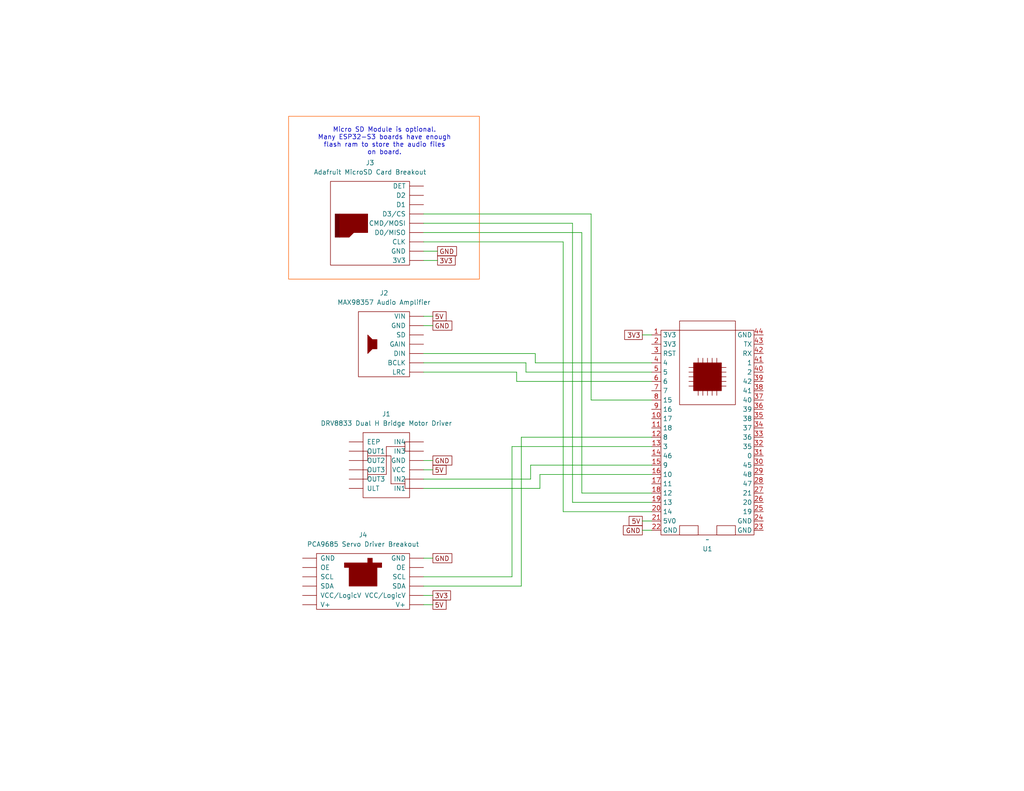
<source format=kicad_sch>
(kicad_sch
	(version 20231120)
	(generator "eeschema")
	(generator_version "8.0")
	(uuid "38933658-0076-4407-a1c3-a691f2cae037")
	(paper "USLetter")
	(title_block
		(title "Remote Controlled Puppet Driver")
		(date "2024-03-06")
	)
	(lib_symbols
		(symbol "AB Custom:Adafruit MicroSD Card Breakout"
			(pin_numbers hide)
			(pin_names
				(offset 1.016)
			)
			(exclude_from_sim no)
			(in_bom yes)
			(on_board yes)
			(property "Reference" "J"
				(at 0 12.7 0)
				(effects
					(font
						(size 1.27 1.27)
					)
				)
			)
			(property "Value" "Adafruit MicroSD Card Breakout"
				(at 0 -13.97 0)
				(effects
					(font
						(size 1.27 1.27)
					)
				)
			)
			(property "Footprint" ""
				(at 0 0 0)
				(effects
					(font
						(size 1.27 1.27)
					)
					(hide yes)
				)
			)
			(property "Datasheet" "~"
				(at 0 0 0)
				(effects
					(font
						(size 1.27 1.27)
					)
					(hide yes)
				)
			)
			(property "Description" "Adafruit MicroSD Card Breakout"
				(at 0 15.24 0)
				(effects
					(font
						(size 1.27 1.27)
					)
					(hide yes)
				)
			)
			(property "ki_fp_filters" "Connector*:*_1x??_*"
				(at 0 0 0)
				(effects
					(font
						(size 1.27 1.27)
					)
					(hide yes)
				)
			)
			(symbol "Adafruit MicroSD Card Breakout_0_1"
				(rectangle
					(start -20.32 11.43)
					(end 1.27 -11.43)
					(stroke
						(width 0)
						(type default)
					)
					(fill
						(type none)
					)
				)
			)
			(symbol "Adafruit MicroSD Card Breakout_1_1"
				(rectangle
					(start -19.05 -3.81)
					(end -17.78 2.54)
					(stroke
						(width 0)
						(type default)
						(color 105 0 4 1)
					)
					(fill
						(type outline)
					)
				)
				(polyline
					(pts
						(xy -17.78 -3.81) (xy -15.24 -3.81) (xy -13.97 -2.54) (xy -10.16 -2.54) (xy -10.16 2.54) (xy -17.78 2.54)
						(xy -17.78 -3.81)
					)
					(stroke
						(width 0)
						(type default)
					)
					(fill
						(type outline)
					)
				)
				(pin input line
					(at 5.08 10.16 180)
					(length 3.81)
					(name "DET"
						(effects
							(font
								(size 1.27 1.27)
							)
						)
					)
					(number "1"
						(effects
							(font
								(size 1.27 1.27)
							)
						)
					)
				)
				(pin input line
					(at 5.08 7.62 180)
					(length 3.81)
					(name "D2"
						(effects
							(font
								(size 1.27 1.27)
							)
						)
					)
					(number "2"
						(effects
							(font
								(size 1.27 1.27)
							)
						)
					)
				)
				(pin input line
					(at 5.08 5.08 180)
					(length 3.81)
					(name "D1"
						(effects
							(font
								(size 1.27 1.27)
							)
						)
					)
					(number "3"
						(effects
							(font
								(size 1.27 1.27)
							)
						)
					)
				)
				(pin input line
					(at 5.08 2.54 180)
					(length 3.81)
					(name "D3/CS"
						(effects
							(font
								(size 1.27 1.27)
							)
						)
					)
					(number "4"
						(effects
							(font
								(size 1.27 1.27)
							)
						)
					)
				)
				(pin input line
					(at 5.08 0 180)
					(length 3.81)
					(name "CMD/MOSI"
						(effects
							(font
								(size 1.27 1.27)
							)
						)
					)
					(number "5"
						(effects
							(font
								(size 1.27 1.27)
							)
						)
					)
				)
				(pin input line
					(at 5.08 -2.54 180)
					(length 3.81)
					(name "D0/MISO"
						(effects
							(font
								(size 1.27 1.27)
							)
						)
					)
					(number "6"
						(effects
							(font
								(size 1.27 1.27)
							)
						)
					)
				)
				(pin input line
					(at 5.08 -5.08 180)
					(length 3.81)
					(name "CLK"
						(effects
							(font
								(size 1.27 1.27)
							)
						)
					)
					(number "7"
						(effects
							(font
								(size 1.27 1.27)
							)
						)
					)
				)
				(pin passive line
					(at 5.08 -7.62 180)
					(length 3.81)
					(name "GND"
						(effects
							(font
								(size 1.27 1.27)
							)
						)
					)
					(number "8"
						(effects
							(font
								(size 1.27 1.27)
							)
						)
					)
				)
				(pin input line
					(at 5.08 -10.16 180)
					(length 3.81)
					(name "3V3"
						(effects
							(font
								(size 1.27 1.27)
							)
						)
					)
					(number "9"
						(effects
							(font
								(size 1.27 1.27)
							)
						)
					)
				)
			)
		)
		(symbol "AB Custom:DRV8833 Dual H Bridge Motor Driver"
			(pin_numbers hide)
			(pin_names
				(offset 1.016)
			)
			(exclude_from_sim no)
			(in_bom yes)
			(on_board yes)
			(property "Reference" "J"
				(at 0 7.62 0)
				(effects
					(font
						(size 1.27 1.27)
					)
				)
			)
			(property "Value" "DRV8833 Dual H Bridge Motor Driver"
				(at 0 -12.446 0)
				(effects
					(font
						(size 1.27 1.27)
					)
				)
			)
			(property "Footprint" ""
				(at 0 0 0)
				(effects
					(font
						(size 1.27 1.27)
					)
					(hide yes)
				)
			)
			(property "Datasheet" "~"
				(at 0 0 0)
				(effects
					(font
						(size 1.27 1.27)
					)
					(hide yes)
				)
			)
			(property "Description" "DRV8833 Breakout Module"
				(at 0 10.668 0)
				(effects
					(font
						(size 1.27 1.27)
					)
					(hide yes)
				)
			)
			(property "ki_fp_filters" "Connector*:*_1x??_*"
				(at 0 0 0)
				(effects
					(font
						(size 1.27 1.27)
					)
					(hide yes)
				)
			)
			(symbol "DRV8833 Dual H Bridge Motor Driver_0_1"
				(rectangle
					(start -6.35 8.89)
					(end 6.35 -8.89)
					(stroke
						(width 0)
						(type default)
					)
					(fill
						(type none)
					)
				)
				(polyline
					(pts
						(xy 1.27 -5.08) (xy 5.08 -5.08)
					)
					(stroke
						(width 0)
						(type default)
					)
					(fill
						(type none)
					)
				)
				(polyline
					(pts
						(xy 1.27 5.08) (xy 5.08 5.08)
					)
					(stroke
						(width 0)
						(type default)
					)
					(fill
						(type none)
					)
				)
				(polyline
					(pts
						(xy -6.35 -3.81) (xy -5.08 -3.81) (xy -5.08 -1.27) (xy -6.35 -1.27)
					)
					(stroke
						(width 0)
						(type default)
					)
					(fill
						(type none)
					)
				)
				(polyline
					(pts
						(xy -6.35 3.81) (xy -5.08 3.81) (xy -5.08 1.27) (xy -6.35 1.27)
					)
					(stroke
						(width 0)
						(type default)
					)
					(fill
						(type none)
					)
				)
				(polyline
					(pts
						(xy -5.08 2.54) (xy 1.27 2.54) (xy 1.27 -5.08) (xy 1.27 -5.08)
					)
					(stroke
						(width 0)
						(type default)
					)
					(fill
						(type none)
					)
				)
				(polyline
					(pts
						(xy 1.27 5.08) (xy 0 5.08) (xy 0 -2.54) (xy -5.08 -2.54)
					)
					(stroke
						(width 0)
						(type default)
					)
					(fill
						(type none)
					)
				)
				(polyline
					(pts
						(xy 6.35 -3.81) (xy 5.08 -3.81) (xy 5.08 -6.35) (xy 6.35 -6.35)
					)
					(stroke
						(width 0)
						(type default)
					)
					(fill
						(type none)
					)
				)
				(polyline
					(pts
						(xy 6.35 6.35) (xy 5.08 6.35) (xy 5.08 3.81) (xy 6.35 3.81)
					)
					(stroke
						(width 0)
						(type default)
					)
					(fill
						(type none)
					)
				)
			)
			(symbol "DRV8833 Dual H Bridge Motor Driver_1_1"
				(pin input line
					(at 10.16 6.35 180)
					(length 3.81)
					(name "IN4"
						(effects
							(font
								(size 1.27 1.27)
							)
						)
					)
					(number "1"
						(effects
							(font
								(size 1.27 1.27)
							)
						)
					)
				)
				(pin power_out line
					(at -10.16 1.27 0)
					(length 3.81)
					(name "OUT2"
						(effects
							(font
								(size 1.27 1.27)
							)
						)
					)
					(number "10"
						(effects
							(font
								(size 1.27 1.27)
							)
						)
					)
				)
				(pin power_out line
					(at -10.16 3.81 0)
					(length 3.81)
					(name "OUT1"
						(effects
							(font
								(size 1.27 1.27)
							)
						)
					)
					(number "11"
						(effects
							(font
								(size 1.27 1.27)
							)
						)
					)
				)
				(pin input line
					(at -10.16 6.35 0)
					(length 3.81)
					(name "EEP"
						(effects
							(font
								(size 1.27 1.27)
							)
						)
					)
					(number "12"
						(effects
							(font
								(size 1.27 1.27)
							)
						)
					)
				)
				(pin input line
					(at 10.16 3.81 180)
					(length 3.81)
					(name "IN3"
						(effects
							(font
								(size 1.27 1.27)
							)
						)
					)
					(number "2"
						(effects
							(font
								(size 1.27 1.27)
							)
						)
					)
				)
				(pin passive line
					(at 10.16 1.27 180)
					(length 3.81)
					(name "GND"
						(effects
							(font
								(size 1.27 1.27)
							)
						)
					)
					(number "3"
						(effects
							(font
								(size 1.27 1.27)
							)
						)
					)
				)
				(pin power_in line
					(at 10.16 -1.27 180)
					(length 3.81)
					(name "VCC"
						(effects
							(font
								(size 1.27 1.27)
							)
						)
					)
					(number "4"
						(effects
							(font
								(size 1.27 1.27)
							)
						)
					)
				)
				(pin input line
					(at 10.16 -3.81 180)
					(length 3.81)
					(name "IN2"
						(effects
							(font
								(size 1.27 1.27)
							)
						)
					)
					(number "5"
						(effects
							(font
								(size 1.27 1.27)
							)
						)
					)
				)
				(pin input line
					(at 10.16 -6.35 180)
					(length 3.81)
					(name "IN1"
						(effects
							(font
								(size 1.27 1.27)
							)
						)
					)
					(number "6"
						(effects
							(font
								(size 1.27 1.27)
							)
						)
					)
				)
				(pin input line
					(at -10.16 -6.35 0)
					(length 3.81)
					(name "ULT"
						(effects
							(font
								(size 1.27 1.27)
							)
						)
					)
					(number "7"
						(effects
							(font
								(size 1.27 1.27)
							)
						)
					)
				)
				(pin power_out line
					(at -10.16 -3.81 0)
					(length 3.81)
					(name "OUT3"
						(effects
							(font
								(size 1.27 1.27)
							)
						)
					)
					(number "8"
						(effects
							(font
								(size 1.27 1.27)
							)
						)
					)
				)
				(pin power_out line
					(at -10.16 -1.27 0)
					(length 3.81)
					(name "OUT3"
						(effects
							(font
								(size 1.27 1.27)
							)
						)
					)
					(number "9"
						(effects
							(font
								(size 1.27 1.27)
							)
						)
					)
				)
			)
		)
		(symbol "AB Custom:ESP32-S3-WROOM-1_DevKit"
			(exclude_from_sim no)
			(in_bom yes)
			(on_board yes)
			(property "Reference" "U"
				(at 0 6.35 0)
				(effects
					(font
						(size 1.27 1.27)
					)
				)
			)
			(property "Value" ""
				(at -2.54 36.83 0)
				(effects
					(font
						(size 1.27 1.27)
					)
				)
			)
			(property "Footprint" ""
				(at -2.54 36.83 0)
				(effects
					(font
						(size 1.27 1.27)
					)
					(hide yes)
				)
			)
			(property "Datasheet" ""
				(at -2.54 36.83 0)
				(effects
					(font
						(size 1.27 1.27)
					)
					(hide yes)
				)
			)
			(property "Description" ""
				(at 0 0 0)
				(effects
					(font
						(size 1.27 1.27)
					)
					(hide yes)
				)
			)
			(symbol "ESP32-S3-WROOM-1_DevKit_0_1"
				(rectangle
					(start -12.7 39.37)
					(end 12.7 -16.51)
					(stroke
						(width 0)
						(type default)
					)
					(fill
						(type none)
					)
				)
				(rectangle
					(start -7.62 -13.97)
					(end -2.54 -16.51)
					(stroke
						(width 0)
						(type default)
					)
					(fill
						(type none)
					)
				)
				(rectangle
					(start -7.62 41.91)
					(end 7.62 19.05)
					(stroke
						(width 0)
						(type default)
					)
					(fill
						(type none)
					)
				)
				(polyline
					(pts
						(xy -5.08 24.13) (xy -3.81 24.13)
					)
					(stroke
						(width 0)
						(type default)
					)
					(fill
						(type none)
					)
				)
				(polyline
					(pts
						(xy -5.08 25.4) (xy -3.81 25.4)
					)
					(stroke
						(width 0)
						(type default)
					)
					(fill
						(type none)
					)
				)
				(polyline
					(pts
						(xy -5.08 26.67) (xy -3.81 26.67)
					)
					(stroke
						(width 0)
						(type default)
					)
					(fill
						(type none)
					)
				)
				(polyline
					(pts
						(xy -5.08 27.94) (xy -3.81 27.94)
					)
					(stroke
						(width 0)
						(type default)
					)
					(fill
						(type none)
					)
				)
				(polyline
					(pts
						(xy -5.08 29.21) (xy -3.81 29.21)
					)
					(stroke
						(width 0)
						(type default)
					)
					(fill
						(type none)
					)
				)
				(polyline
					(pts
						(xy -2.54 21.59) (xy -2.54 22.86)
					)
					(stroke
						(width 0)
						(type default)
					)
					(fill
						(type none)
					)
				)
				(polyline
					(pts
						(xy -2.54 30.48) (xy -2.54 31.75)
					)
					(stroke
						(width 0)
						(type default)
					)
					(fill
						(type none)
					)
				)
				(polyline
					(pts
						(xy -1.27 21.59) (xy -1.27 22.86)
					)
					(stroke
						(width 0)
						(type default)
					)
					(fill
						(type none)
					)
				)
				(polyline
					(pts
						(xy -1.27 30.48) (xy -1.27 31.75)
					)
					(stroke
						(width 0)
						(type default)
					)
					(fill
						(type none)
					)
				)
				(polyline
					(pts
						(xy 0 21.59) (xy 0 22.86)
					)
					(stroke
						(width 0)
						(type default)
					)
					(fill
						(type none)
					)
				)
				(polyline
					(pts
						(xy 0 30.48) (xy 0 31.75)
					)
					(stroke
						(width 0)
						(type default)
					)
					(fill
						(type none)
					)
				)
				(polyline
					(pts
						(xy 1.27 21.59) (xy 1.27 22.86)
					)
					(stroke
						(width 0)
						(type default)
					)
					(fill
						(type none)
					)
				)
				(polyline
					(pts
						(xy 1.27 30.48) (xy 1.27 31.75)
					)
					(stroke
						(width 0)
						(type default)
					)
					(fill
						(type none)
					)
				)
				(polyline
					(pts
						(xy 2.54 21.59) (xy 2.54 22.86)
					)
					(stroke
						(width 0)
						(type default)
					)
					(fill
						(type none)
					)
				)
				(polyline
					(pts
						(xy 2.54 30.48) (xy 2.54 31.75)
					)
					(stroke
						(width 0)
						(type default)
					)
					(fill
						(type none)
					)
				)
				(polyline
					(pts
						(xy 3.81 24.13) (xy 5.08 24.13)
					)
					(stroke
						(width 0)
						(type default)
					)
					(fill
						(type none)
					)
				)
				(polyline
					(pts
						(xy 3.81 25.4) (xy 5.08 25.4)
					)
					(stroke
						(width 0)
						(type default)
					)
					(fill
						(type none)
					)
				)
				(polyline
					(pts
						(xy 3.81 26.67) (xy 5.08 26.67)
					)
					(stroke
						(width 0)
						(type default)
					)
					(fill
						(type none)
					)
				)
				(polyline
					(pts
						(xy 3.81 27.94) (xy 5.08 27.94)
					)
					(stroke
						(width 0)
						(type default)
					)
					(fill
						(type none)
					)
				)
				(polyline
					(pts
						(xy 3.81 29.21) (xy 5.08 29.21)
					)
					(stroke
						(width 0)
						(type default)
					)
					(fill
						(type none)
					)
				)
				(rectangle
					(start 2.54 -13.97)
					(end 7.62 -16.51)
					(stroke
						(width 0)
						(type default)
					)
					(fill
						(type none)
					)
				)
			)
			(symbol "ESP32-S3-WROOM-1_DevKit_1_1"
				(rectangle
					(start -3.81 30.48)
					(end 3.81 22.86)
					(stroke
						(width 0)
						(type default)
					)
					(fill
						(type outline)
					)
				)
				(pin power_out line
					(at -15.24 38.1 0)
					(length 2.54)
					(name "3V3"
						(effects
							(font
								(size 1.27 1.27)
							)
						)
					)
					(number "1"
						(effects
							(font
								(size 1.27 1.27)
							)
						)
					)
				)
				(pin bidirectional line
					(at -15.24 15.24 0)
					(length 2.54)
					(name "17"
						(effects
							(font
								(size 1.27 1.27)
							)
						)
					)
					(number "10"
						(effects
							(font
								(size 1.27 1.27)
							)
						)
					)
				)
				(pin bidirectional line
					(at -15.24 12.7 0)
					(length 2.54)
					(name "18"
						(effects
							(font
								(size 1.27 1.27)
							)
						)
					)
					(number "11"
						(effects
							(font
								(size 1.27 1.27)
							)
						)
					)
				)
				(pin bidirectional line
					(at -15.24 10.16 0)
					(length 2.54)
					(name "8"
						(effects
							(font
								(size 1.27 1.27)
							)
						)
					)
					(number "12"
						(effects
							(font
								(size 1.27 1.27)
							)
						)
					)
				)
				(pin bidirectional line
					(at -15.24 7.62 0)
					(length 2.54)
					(name "3"
						(effects
							(font
								(size 1.27 1.27)
							)
						)
					)
					(number "13"
						(effects
							(font
								(size 1.27 1.27)
							)
						)
					)
				)
				(pin bidirectional line
					(at -15.24 5.08 0)
					(length 2.54)
					(name "46"
						(effects
							(font
								(size 1.27 1.27)
							)
						)
					)
					(number "14"
						(effects
							(font
								(size 1.27 1.27)
							)
						)
					)
				)
				(pin bidirectional line
					(at -15.24 2.54 0)
					(length 2.54)
					(name "9"
						(effects
							(font
								(size 1.27 1.27)
							)
						)
					)
					(number "15"
						(effects
							(font
								(size 1.27 1.27)
							)
						)
					)
				)
				(pin bidirectional line
					(at -15.24 0 0)
					(length 2.54)
					(name "10"
						(effects
							(font
								(size 1.27 1.27)
							)
						)
					)
					(number "16"
						(effects
							(font
								(size 1.27 1.27)
							)
						)
					)
				)
				(pin bidirectional line
					(at -15.24 -2.54 0)
					(length 2.54)
					(name "11"
						(effects
							(font
								(size 1.27 1.27)
							)
						)
					)
					(number "17"
						(effects
							(font
								(size 1.27 1.27)
							)
						)
					)
				)
				(pin bidirectional line
					(at -15.24 -5.08 0)
					(length 2.54)
					(name "12"
						(effects
							(font
								(size 1.27 1.27)
							)
						)
					)
					(number "18"
						(effects
							(font
								(size 1.27 1.27)
							)
						)
					)
				)
				(pin bidirectional line
					(at -15.24 -7.62 0)
					(length 2.54)
					(name "13"
						(effects
							(font
								(size 1.27 1.27)
							)
						)
					)
					(number "19"
						(effects
							(font
								(size 1.27 1.27)
							)
						)
					)
				)
				(pin power_out line
					(at -15.24 35.56 0)
					(length 2.54)
					(name "3V3"
						(effects
							(font
								(size 1.27 1.27)
							)
						)
					)
					(number "2"
						(effects
							(font
								(size 1.27 1.27)
							)
						)
					)
				)
				(pin bidirectional line
					(at -15.24 -10.16 0)
					(length 2.54)
					(name "14"
						(effects
							(font
								(size 1.27 1.27)
							)
						)
					)
					(number "20"
						(effects
							(font
								(size 1.27 1.27)
							)
						)
					)
				)
				(pin power_in line
					(at -15.24 -12.7 0)
					(length 2.54)
					(name "5V0"
						(effects
							(font
								(size 1.27 1.27)
							)
						)
					)
					(number "21"
						(effects
							(font
								(size 1.27 1.27)
							)
						)
					)
				)
				(pin power_in line
					(at -15.24 -15.24 0)
					(length 2.54)
					(name "GND"
						(effects
							(font
								(size 1.27 1.27)
							)
						)
					)
					(number "22"
						(effects
							(font
								(size 1.27 1.27)
							)
						)
					)
				)
				(pin power_in line
					(at 15.24 -15.24 180)
					(length 2.54)
					(name "GND"
						(effects
							(font
								(size 1.27 1.27)
							)
						)
					)
					(number "23"
						(effects
							(font
								(size 1.27 1.27)
							)
						)
					)
				)
				(pin power_in line
					(at 15.24 -12.7 180)
					(length 2.54)
					(name "GND"
						(effects
							(font
								(size 1.27 1.27)
							)
						)
					)
					(number "24"
						(effects
							(font
								(size 1.27 1.27)
							)
						)
					)
				)
				(pin bidirectional line
					(at 15.24 -10.16 180)
					(length 2.54)
					(name "19"
						(effects
							(font
								(size 1.27 1.27)
							)
						)
					)
					(number "25"
						(effects
							(font
								(size 1.27 1.27)
							)
						)
					)
				)
				(pin bidirectional line
					(at 15.24 -7.62 180)
					(length 2.54)
					(name "20"
						(effects
							(font
								(size 1.27 1.27)
							)
						)
					)
					(number "26"
						(effects
							(font
								(size 1.27 1.27)
							)
						)
					)
				)
				(pin bidirectional line
					(at 15.24 -5.08 180)
					(length 2.54)
					(name "21"
						(effects
							(font
								(size 1.27 1.27)
							)
						)
					)
					(number "27"
						(effects
							(font
								(size 1.27 1.27)
							)
						)
					)
				)
				(pin bidirectional line
					(at 15.24 -2.54 180)
					(length 2.54)
					(name "47"
						(effects
							(font
								(size 1.27 1.27)
							)
						)
					)
					(number "28"
						(effects
							(font
								(size 1.27 1.27)
							)
						)
					)
				)
				(pin bidirectional line
					(at 15.24 0 180)
					(length 2.54)
					(name "48"
						(effects
							(font
								(size 1.27 1.27)
							)
						)
					)
					(number "29"
						(effects
							(font
								(size 1.27 1.27)
							)
						)
					)
				)
				(pin bidirectional line
					(at -15.24 33.02 0)
					(length 2.54)
					(name "RST"
						(effects
							(font
								(size 1.27 1.27)
							)
						)
					)
					(number "3"
						(effects
							(font
								(size 1.27 1.27)
							)
						)
					)
				)
				(pin bidirectional line
					(at 15.24 2.54 180)
					(length 2.54)
					(name "45"
						(effects
							(font
								(size 1.27 1.27)
							)
						)
					)
					(number "30"
						(effects
							(font
								(size 1.27 1.27)
							)
						)
					)
				)
				(pin bidirectional line
					(at 15.24 5.08 180)
					(length 2.54)
					(name "0"
						(effects
							(font
								(size 1.27 1.27)
							)
						)
					)
					(number "31"
						(effects
							(font
								(size 1.27 1.27)
							)
						)
					)
				)
				(pin bidirectional line
					(at 15.24 7.62 180)
					(length 2.54)
					(name "35"
						(effects
							(font
								(size 1.27 1.27)
							)
						)
					)
					(number "32"
						(effects
							(font
								(size 1.27 1.27)
							)
						)
					)
				)
				(pin bidirectional line
					(at 15.24 10.16 180)
					(length 2.54)
					(name "36"
						(effects
							(font
								(size 1.27 1.27)
							)
						)
					)
					(number "33"
						(effects
							(font
								(size 1.27 1.27)
							)
						)
					)
				)
				(pin bidirectional line
					(at 15.24 12.7 180)
					(length 2.54)
					(name "37"
						(effects
							(font
								(size 1.27 1.27)
							)
						)
					)
					(number "34"
						(effects
							(font
								(size 1.27 1.27)
							)
						)
					)
				)
				(pin bidirectional line
					(at 15.24 15.24 180)
					(length 2.54)
					(name "38"
						(effects
							(font
								(size 1.27 1.27)
							)
						)
					)
					(number "35"
						(effects
							(font
								(size 1.27 1.27)
							)
						)
					)
				)
				(pin bidirectional line
					(at 15.24 17.78 180)
					(length 2.54)
					(name "39"
						(effects
							(font
								(size 1.27 1.27)
							)
						)
					)
					(number "36"
						(effects
							(font
								(size 1.27 1.27)
							)
						)
					)
				)
				(pin bidirectional line
					(at 15.24 20.32 180)
					(length 2.54)
					(name "40"
						(effects
							(font
								(size 1.27 1.27)
							)
						)
					)
					(number "37"
						(effects
							(font
								(size 1.27 1.27)
							)
						)
					)
				)
				(pin bidirectional line
					(at 15.24 22.86 180)
					(length 2.54)
					(name "41"
						(effects
							(font
								(size 1.27 1.27)
							)
						)
					)
					(number "38"
						(effects
							(font
								(size 1.27 1.27)
							)
						)
					)
				)
				(pin bidirectional line
					(at 15.24 25.4 180)
					(length 2.54)
					(name "42"
						(effects
							(font
								(size 1.27 1.27)
							)
						)
					)
					(number "39"
						(effects
							(font
								(size 1.27 1.27)
							)
						)
					)
				)
				(pin bidirectional line
					(at -15.24 30.48 0)
					(length 2.54)
					(name "4"
						(effects
							(font
								(size 1.27 1.27)
							)
						)
					)
					(number "4"
						(effects
							(font
								(size 1.27 1.27)
							)
						)
					)
				)
				(pin bidirectional line
					(at 15.24 27.94 180)
					(length 2.54)
					(name "2"
						(effects
							(font
								(size 1.27 1.27)
							)
						)
					)
					(number "40"
						(effects
							(font
								(size 1.27 1.27)
							)
						)
					)
				)
				(pin bidirectional line
					(at 15.24 30.48 180)
					(length 2.54)
					(name "1"
						(effects
							(font
								(size 1.27 1.27)
							)
						)
					)
					(number "41"
						(effects
							(font
								(size 1.27 1.27)
							)
						)
					)
				)
				(pin bidirectional line
					(at 15.24 33.02 180)
					(length 2.54)
					(name "RX"
						(effects
							(font
								(size 1.27 1.27)
							)
						)
					)
					(number "42"
						(effects
							(font
								(size 1.27 1.27)
							)
						)
					)
				)
				(pin bidirectional line
					(at 15.24 35.56 180)
					(length 2.54)
					(name "TX"
						(effects
							(font
								(size 1.27 1.27)
							)
						)
					)
					(number "43"
						(effects
							(font
								(size 1.27 1.27)
							)
						)
					)
				)
				(pin power_in line
					(at 15.24 38.1 180)
					(length 2.54)
					(name "GND"
						(effects
							(font
								(size 1.27 1.27)
							)
						)
					)
					(number "44"
						(effects
							(font
								(size 1.27 1.27)
							)
						)
					)
				)
				(pin bidirectional line
					(at -15.24 27.94 0)
					(length 2.54)
					(name "5"
						(effects
							(font
								(size 1.27 1.27)
							)
						)
					)
					(number "5"
						(effects
							(font
								(size 1.27 1.27)
							)
						)
					)
				)
				(pin bidirectional line
					(at -15.24 25.4 0)
					(length 2.54)
					(name "6"
						(effects
							(font
								(size 1.27 1.27)
							)
						)
					)
					(number "6"
						(effects
							(font
								(size 1.27 1.27)
							)
						)
					)
				)
				(pin bidirectional line
					(at -15.24 22.86 0)
					(length 2.54)
					(name "7"
						(effects
							(font
								(size 1.27 1.27)
							)
						)
					)
					(number "7"
						(effects
							(font
								(size 1.27 1.27)
							)
						)
					)
				)
				(pin bidirectional line
					(at -15.24 20.32 0)
					(length 2.54)
					(name "15"
						(effects
							(font
								(size 1.27 1.27)
							)
						)
					)
					(number "8"
						(effects
							(font
								(size 1.27 1.27)
							)
						)
					)
				)
				(pin bidirectional line
					(at -15.24 17.78 0)
					(length 2.54)
					(name "16"
						(effects
							(font
								(size 1.27 1.27)
							)
						)
					)
					(number "9"
						(effects
							(font
								(size 1.27 1.27)
							)
						)
					)
				)
			)
		)
		(symbol "AB Custom:MAX98357 Audio Amplifier"
			(pin_numbers hide)
			(pin_names
				(offset 1.016)
			)
			(exclude_from_sim no)
			(in_bom yes)
			(on_board yes)
			(property "Reference" "J"
				(at 0 10.668 0)
				(effects
					(font
						(size 1.27 1.27)
					)
				)
			)
			(property "Value" "MAX98357 Audio Amplifier"
				(at 0 -10.922 0)
				(effects
					(font
						(size 1.27 1.27)
					)
				)
			)
			(property "Footprint" ""
				(at 0 0 0)
				(effects
					(font
						(size 1.27 1.27)
					)
					(hide yes)
				)
			)
			(property "Datasheet" "~"
				(at 0 0 0)
				(effects
					(font
						(size 1.27 1.27)
					)
					(hide yes)
				)
			)
			(property "Description" "MAX98357 Audio Amplifier Breakout"
				(at 0 13.208 0)
				(effects
					(font
						(size 1.27 1.27)
					)
					(hide yes)
				)
			)
			(property "ki_fp_filters" "Connector*:*_1x??_*"
				(at 0 0 0)
				(effects
					(font
						(size 1.27 1.27)
					)
					(hide yes)
				)
			)
			(symbol "MAX98357 Audio Amplifier_0_1"
				(rectangle
					(start 7.62 8.89)
					(end -6.35 -8.89)
					(stroke
						(width 0)
						(type default)
					)
					(fill
						(type none)
					)
				)
			)
			(symbol "MAX98357 Audio Amplifier_1_1"
				(rectangle
					(start -2.54 1.27)
					(end -1.27 -1.27)
					(stroke
						(width 0)
						(type default)
					)
					(fill
						(type outline)
					)
				)
				(polyline
					(pts
						(xy -2.54 1.27) (xy -3.81 2.54) (xy -3.81 -2.54) (xy -2.54 -1.27) (xy -2.54 1.27)
					)
					(stroke
						(width 0)
						(type default)
					)
					(fill
						(type outline)
					)
				)
				(pin power_in line
					(at 11.43 7.62 180)
					(length 3.81)
					(name "VIN"
						(effects
							(font
								(size 1.27 1.27)
							)
						)
					)
					(number "1"
						(effects
							(font
								(size 1.27 1.27)
							)
						)
					)
				)
				(pin passive line
					(at 11.43 5.08 180)
					(length 3.81)
					(name "GND"
						(effects
							(font
								(size 1.27 1.27)
							)
						)
					)
					(number "2"
						(effects
							(font
								(size 1.27 1.27)
							)
						)
					)
				)
				(pin input line
					(at 11.43 2.54 180)
					(length 3.81)
					(name "SD"
						(effects
							(font
								(size 1.27 1.27)
							)
						)
					)
					(number "3"
						(effects
							(font
								(size 1.27 1.27)
							)
						)
					)
				)
				(pin input line
					(at 11.43 0 180)
					(length 3.81)
					(name "GAIN"
						(effects
							(font
								(size 1.27 1.27)
							)
						)
					)
					(number "4"
						(effects
							(font
								(size 1.27 1.27)
							)
						)
					)
				)
				(pin input line
					(at 11.43 -2.54 180)
					(length 3.81)
					(name "DIN"
						(effects
							(font
								(size 1.27 1.27)
							)
						)
					)
					(number "5"
						(effects
							(font
								(size 1.27 1.27)
							)
						)
					)
				)
				(pin input line
					(at 11.43 -5.08 180)
					(length 3.81)
					(name "BCLK"
						(effects
							(font
								(size 1.27 1.27)
							)
						)
					)
					(number "6"
						(effects
							(font
								(size 1.27 1.27)
							)
						)
					)
				)
				(pin passive line
					(at 11.43 -7.62 180)
					(length 3.81)
					(name "LRC"
						(effects
							(font
								(size 1.27 1.27)
							)
						)
					)
					(number "7"
						(effects
							(font
								(size 1.27 1.27)
							)
						)
					)
				)
			)
		)
		(symbol "AB Custom:PCA9685 Servo Driver Breakout"
			(pin_numbers hide)
			(pin_names
				(offset 1.016)
			)
			(exclude_from_sim no)
			(in_bom yes)
			(on_board yes)
			(property "Reference" "J"
				(at 0 7.62 0)
				(effects
					(font
						(size 1.27 1.27)
					)
				)
			)
			(property "Value" "PCA9685 Servo Driver Breakout"
				(at 0 -10.16 0)
				(effects
					(font
						(size 1.27 1.27)
					)
				)
			)
			(property "Footprint" ""
				(at 11.43 0 0)
				(effects
					(font
						(size 1.27 1.27)
					)
					(hide yes)
				)
			)
			(property "Datasheet" "~"
				(at 11.43 0 0)
				(effects
					(font
						(size 1.27 1.27)
					)
					(hide yes)
				)
			)
			(property "Description" "PCA9685 Servo Driver Breakout"
				(at -0.254 9.652 0)
				(effects
					(font
						(size 1.27 1.27)
					)
					(hide yes)
				)
			)
			(property "ki_fp_filters" "Connector*:*_1x??_*"
				(at 0 0 0)
				(effects
					(font
						(size 1.27 1.27)
					)
					(hide yes)
				)
			)
			(symbol "PCA9685 Servo Driver Breakout_0_1"
				(rectangle
					(start -12.7 6.35)
					(end 12.7 -8.89)
					(stroke
						(width 0)
						(type default)
					)
					(fill
						(type none)
					)
				)
			)
			(symbol "PCA9685 Servo Driver Breakout_1_1"
				(rectangle
					(start -5.08 3.81)
					(end 5.08 2.54)
					(stroke
						(width 0)
						(type default)
					)
					(fill
						(type outline)
					)
				)
				(rectangle
					(start -3.81 2.54)
					(end 3.81 -2.54)
					(stroke
						(width 0)
						(type default)
					)
					(fill
						(type outline)
					)
				)
				(rectangle
					(start 1.27 5.08)
					(end 2.54 3.81)
					(stroke
						(width 0)
						(type default)
					)
					(fill
						(type outline)
					)
				)
				(pin passive line
					(at 16.51 5.08 180)
					(length 3.81)
					(name "GND"
						(effects
							(font
								(size 1.27 1.27)
							)
						)
					)
					(number "1"
						(effects
							(font
								(size 1.27 1.27)
							)
						)
					)
				)
				(pin input line
					(at -16.51 0 0)
					(length 3.81)
					(name "SCL"
						(effects
							(font
								(size 1.27 1.27)
							)
						)
					)
					(number "10"
						(effects
							(font
								(size 1.27 1.27)
							)
						)
					)
				)
				(pin input line
					(at -16.51 2.54 0)
					(length 3.81)
					(name "OE"
						(effects
							(font
								(size 1.27 1.27)
							)
						)
					)
					(number "11"
						(effects
							(font
								(size 1.27 1.27)
							)
						)
					)
				)
				(pin passive line
					(at -16.51 5.08 0)
					(length 3.81)
					(name "GND"
						(effects
							(font
								(size 1.27 1.27)
							)
						)
					)
					(number "12"
						(effects
							(font
								(size 1.27 1.27)
							)
						)
					)
				)
				(pin input line
					(at 16.51 2.54 180)
					(length 3.81)
					(name "OE"
						(effects
							(font
								(size 1.27 1.27)
							)
						)
					)
					(number "2"
						(effects
							(font
								(size 1.27 1.27)
							)
						)
					)
				)
				(pin input line
					(at 16.51 0 180)
					(length 3.81)
					(name "SCL"
						(effects
							(font
								(size 1.27 1.27)
							)
						)
					)
					(number "3"
						(effects
							(font
								(size 1.27 1.27)
							)
						)
					)
				)
				(pin input line
					(at 16.51 -2.54 180)
					(length 3.81)
					(name "SDA"
						(effects
							(font
								(size 1.27 1.27)
							)
						)
					)
					(number "4"
						(effects
							(font
								(size 1.27 1.27)
							)
						)
					)
				)
				(pin input line
					(at 16.51 -5.08 180)
					(length 3.81)
					(name "VCC/LogicV"
						(effects
							(font
								(size 1.27 1.27)
							)
						)
					)
					(number "5"
						(effects
							(font
								(size 1.27 1.27)
							)
						)
					)
				)
				(pin passive line
					(at 16.51 -7.62 180)
					(length 3.81)
					(name "V+"
						(effects
							(font
								(size 1.27 1.27)
							)
						)
					)
					(number "6"
						(effects
							(font
								(size 1.27 1.27)
							)
						)
					)
				)
				(pin power_in line
					(at -16.51 -7.62 0)
					(length 3.81)
					(name "V+"
						(effects
							(font
								(size 1.27 1.27)
							)
						)
					)
					(number "7"
						(effects
							(font
								(size 1.27 1.27)
							)
						)
					)
				)
				(pin power_in line
					(at -16.51 -5.08 0)
					(length 3.81)
					(name "VCC/LogicV"
						(effects
							(font
								(size 1.27 1.27)
							)
						)
					)
					(number "8"
						(effects
							(font
								(size 1.27 1.27)
							)
						)
					)
				)
				(pin input line
					(at -16.51 -2.54 0)
					(length 3.81)
					(name "SDA"
						(effects
							(font
								(size 1.27 1.27)
							)
						)
					)
					(number "9"
						(effects
							(font
								(size 1.27 1.27)
							)
						)
					)
				)
			)
		)
	)
	(wire
		(pts
			(xy 140.97 104.14) (xy 140.97 101.6)
		)
		(stroke
			(width 0)
			(type default)
		)
		(uuid "0f09fc7f-16a9-47e2-81e8-1e5fa2066e78")
	)
	(wire
		(pts
			(xy 115.57 162.56) (xy 118.11 162.56)
		)
		(stroke
			(width 0)
			(type default)
		)
		(uuid "108071ae-be54-4e63-9a19-240b93168b00")
	)
	(wire
		(pts
			(xy 115.57 86.36) (xy 118.11 86.36)
		)
		(stroke
			(width 0)
			(type default)
		)
		(uuid "113ec209-720d-4fba-898b-93596b0fb1a5")
	)
	(wire
		(pts
			(xy 144.78 127) (xy 144.78 130.81)
		)
		(stroke
			(width 0)
			(type default)
		)
		(uuid "209f7778-9412-45a3-931f-c33ba8ac6b59")
	)
	(wire
		(pts
			(xy 153.67 139.7) (xy 177.8 139.7)
		)
		(stroke
			(width 0)
			(type default)
		)
		(uuid "22acd4c3-945c-4a60-99c8-5549954ed427")
	)
	(wire
		(pts
			(xy 177.8 109.22) (xy 161.29 109.22)
		)
		(stroke
			(width 0)
			(type default)
		)
		(uuid "30b85955-a587-4f8b-ad9f-ad5fc01f7966")
	)
	(wire
		(pts
			(xy 143.51 101.6) (xy 143.51 99.06)
		)
		(stroke
			(width 0)
			(type default)
		)
		(uuid "40d08deb-7161-4fdf-9876-15289de49d3d")
	)
	(wire
		(pts
			(xy 177.8 104.14) (xy 140.97 104.14)
		)
		(stroke
			(width 0)
			(type default)
		)
		(uuid "42b23c5f-b99e-4d36-859d-4fea3fd7502d")
	)
	(wire
		(pts
			(xy 158.75 63.5) (xy 115.57 63.5)
		)
		(stroke
			(width 0)
			(type default)
		)
		(uuid "448b2ba2-153f-4a7d-b6c1-dba80fc00808")
	)
	(wire
		(pts
			(xy 175.26 91.44) (xy 177.8 91.44)
		)
		(stroke
			(width 0)
			(type default)
		)
		(uuid "468aaaf6-efe5-44e0-9147-307a6b4a0432")
	)
	(wire
		(pts
			(xy 153.67 66.04) (xy 153.67 139.7)
		)
		(stroke
			(width 0)
			(type default)
		)
		(uuid "4f322d9a-eade-4ad1-b9de-999f5f1a6600")
	)
	(wire
		(pts
			(xy 142.24 119.38) (xy 142.24 160.02)
		)
		(stroke
			(width 0)
			(type default)
		)
		(uuid "5084374b-07e4-491f-8a00-13dd9cabdd33")
	)
	(wire
		(pts
			(xy 177.8 129.54) (xy 147.32 129.54)
		)
		(stroke
			(width 0)
			(type default)
		)
		(uuid "55a970f1-f1f1-4d57-83c6-59a960c88d78")
	)
	(wire
		(pts
			(xy 115.57 68.58) (xy 119.38 68.58)
		)
		(stroke
			(width 0)
			(type default)
		)
		(uuid "64dce5ba-85fa-471a-b705-2faf9244478c")
	)
	(wire
		(pts
			(xy 177.8 101.6) (xy 143.51 101.6)
		)
		(stroke
			(width 0)
			(type default)
		)
		(uuid "66b82379-0008-4cfa-a6db-9ddc85fb291e")
	)
	(wire
		(pts
			(xy 153.67 66.04) (xy 115.57 66.04)
		)
		(stroke
			(width 0)
			(type default)
		)
		(uuid "6750d267-d4f1-4e88-9ed2-1585ac0c19c0")
	)
	(wire
		(pts
			(xy 175.26 144.78) (xy 177.8 144.78)
		)
		(stroke
			(width 0)
			(type default)
		)
		(uuid "67e07227-9bfb-48ff-ac7d-87e0898ac88b")
	)
	(wire
		(pts
			(xy 177.8 137.16) (xy 156.21 137.16)
		)
		(stroke
			(width 0)
			(type default)
		)
		(uuid "6861d9dc-4ae5-4a37-a979-3bcb9f2efb5a")
	)
	(wire
		(pts
			(xy 139.7 157.48) (xy 115.57 157.48)
		)
		(stroke
			(width 0)
			(type default)
		)
		(uuid "6cdd1db1-fdbc-445c-a768-3bc54073ed0a")
	)
	(wire
		(pts
			(xy 177.8 99.06) (xy 146.05 99.06)
		)
		(stroke
			(width 0)
			(type default)
		)
		(uuid "6e1a811a-092b-43c2-98b0-e150262c1fd2")
	)
	(wire
		(pts
			(xy 115.57 128.27) (xy 118.11 128.27)
		)
		(stroke
			(width 0)
			(type default)
		)
		(uuid "77d9ff14-a269-4818-959e-7600505092eb")
	)
	(wire
		(pts
			(xy 146.05 96.52) (xy 115.57 96.52)
		)
		(stroke
			(width 0)
			(type default)
		)
		(uuid "78d02000-ce48-44da-bdae-2d848afaa041")
	)
	(wire
		(pts
			(xy 177.8 134.62) (xy 158.75 134.62)
		)
		(stroke
			(width 0)
			(type default)
		)
		(uuid "7aa6e2ae-ebbe-4eb7-8e47-23b55ecc2cc3")
	)
	(wire
		(pts
			(xy 147.32 133.35) (xy 115.57 133.35)
		)
		(stroke
			(width 0)
			(type default)
		)
		(uuid "839dd865-cfc1-4c50-ba93-f6dea0673f77")
	)
	(wire
		(pts
			(xy 158.75 63.5) (xy 158.75 134.62)
		)
		(stroke
			(width 0)
			(type default)
		)
		(uuid "8537c748-c170-4289-b200-0f985e1188cb")
	)
	(wire
		(pts
			(xy 143.51 99.06) (xy 115.57 99.06)
		)
		(stroke
			(width 0)
			(type default)
		)
		(uuid "892b983d-fc31-4d0e-ba17-989e97599040")
	)
	(wire
		(pts
			(xy 115.57 165.1) (xy 118.11 165.1)
		)
		(stroke
			(width 0)
			(type default)
		)
		(uuid "96f52ca5-cf22-49ed-92d9-8a84cbe92d63")
	)
	(wire
		(pts
			(xy 177.8 119.38) (xy 142.24 119.38)
		)
		(stroke
			(width 0)
			(type default)
		)
		(uuid "a69d8b6a-c41d-4daf-9b87-7b50af864238")
	)
	(wire
		(pts
			(xy 115.57 88.9) (xy 118.11 88.9)
		)
		(stroke
			(width 0)
			(type default)
		)
		(uuid "bd1f3ee3-f2cc-4748-a0df-bfb812c776c5")
	)
	(wire
		(pts
			(xy 177.8 127) (xy 144.78 127)
		)
		(stroke
			(width 0)
			(type default)
		)
		(uuid "c01c9b0d-c6c2-4c44-8c56-e5f629ecb0a9")
	)
	(wire
		(pts
			(xy 115.57 160.02) (xy 142.24 160.02)
		)
		(stroke
			(width 0)
			(type default)
		)
		(uuid "c89e6788-c5ea-4352-b3ea-9a22664d2729")
	)
	(wire
		(pts
			(xy 161.29 58.42) (xy 115.57 58.42)
		)
		(stroke
			(width 0)
			(type default)
		)
		(uuid "cba7efd6-0338-4e91-bb20-d6448c75203a")
	)
	(wire
		(pts
			(xy 115.57 125.73) (xy 118.11 125.73)
		)
		(stroke
			(width 0)
			(type default)
		)
		(uuid "d7bffe1e-8b67-4d48-ad35-c53325971877")
	)
	(wire
		(pts
			(xy 177.8 121.92) (xy 139.7 121.92)
		)
		(stroke
			(width 0)
			(type default)
		)
		(uuid "db46a070-64cc-404e-877a-9f458f22d6d7")
	)
	(wire
		(pts
			(xy 144.78 130.81) (xy 115.57 130.81)
		)
		(stroke
			(width 0)
			(type default)
		)
		(uuid "e22c3ccd-3637-4105-9d90-b5df70b6f193")
	)
	(wire
		(pts
			(xy 175.26 142.24) (xy 177.8 142.24)
		)
		(stroke
			(width 0)
			(type default)
		)
		(uuid "e499fa69-860e-440c-bef9-15aaf676e66e")
	)
	(wire
		(pts
			(xy 156.21 60.96) (xy 156.21 137.16)
		)
		(stroke
			(width 0)
			(type default)
		)
		(uuid "e4d35ce7-1877-41c1-85c1-4f001f61a163")
	)
	(wire
		(pts
			(xy 146.05 99.06) (xy 146.05 96.52)
		)
		(stroke
			(width 0)
			(type default)
		)
		(uuid "e5a26b62-9b42-4395-b3ce-1fc007dd192e")
	)
	(wire
		(pts
			(xy 140.97 101.6) (xy 115.57 101.6)
		)
		(stroke
			(width 0)
			(type default)
		)
		(uuid "e80e538b-0fdd-4dd7-9a33-c32973cf4d6b")
	)
	(wire
		(pts
			(xy 147.32 129.54) (xy 147.32 133.35)
		)
		(stroke
			(width 0)
			(type default)
		)
		(uuid "eeb2ac3e-7115-4d06-b711-6254add166de")
	)
	(wire
		(pts
			(xy 139.7 121.92) (xy 139.7 157.48)
		)
		(stroke
			(width 0)
			(type default)
		)
		(uuid "eee653da-40a1-414d-b9b3-b97ddf177dec")
	)
	(wire
		(pts
			(xy 115.57 71.12) (xy 119.38 71.12)
		)
		(stroke
			(width 0)
			(type default)
		)
		(uuid "efe5e971-9f4b-4897-95b5-e66df53430a7")
	)
	(wire
		(pts
			(xy 161.29 58.42) (xy 161.29 109.22)
		)
		(stroke
			(width 0)
			(type default)
		)
		(uuid "f136e3e9-addd-40ce-a666-5eff69c63541")
	)
	(wire
		(pts
			(xy 156.21 60.96) (xy 115.57 60.96)
		)
		(stroke
			(width 0)
			(type default)
		)
		(uuid "f8659225-74d7-46a9-8e5d-1952b5de9409")
	)
	(wire
		(pts
			(xy 115.57 152.4) (xy 118.11 152.4)
		)
		(stroke
			(width 0)
			(type default)
		)
		(uuid "f9a1c3b5-68ae-43ae-a28c-9402da63d57a")
	)
	(rectangle
		(start 78.74 31.75)
		(end 130.81 76.2)
		(stroke
			(width 0)
			(type default)
			(color 255 94 0 1)
		)
		(fill
			(type none)
		)
		(uuid 27174cc9-b479-42eb-806d-b3ce0aca8b73)
	)
	(text "Micro SD Module is optional.\nMany ESP32-S3 boards have enough\nflash ram to store the audio files\non board."
		(exclude_from_sim no)
		(at 104.902 38.608 0)
		(effects
			(font
				(size 1.27 1.27)
			)
		)
		(uuid "9dc80916-0126-4bcf-93cd-7fde6db6cca6")
	)
	(global_label "GND"
		(shape passive)
		(at 119.38 68.58 0)
		(fields_autoplaced yes)
		(effects
			(font
				(size 1.27 1.27)
			)
			(justify left)
		)
		(uuid "0ecec5ac-cd90-499e-adb0-81aef6c10061")
		(property "Intersheetrefs" "${INTERSHEET_REFS}"
			(at 125.1244 68.58 0)
			(effects
				(font
					(size 1.27 1.27)
				)
				(justify left)
				(hide yes)
			)
		)
	)
	(global_label "3V3"
		(shape passive)
		(at 118.11 162.56 0)
		(fields_autoplaced yes)
		(effects
			(font
				(size 1.27 1.27)
			)
			(justify left)
		)
		(uuid "21faa076-cf40-4808-95fc-adede9e8916f")
		(property "Intersheetrefs" "${INTERSHEET_REFS}"
			(at 123.4915 162.56 0)
			(effects
				(font
					(size 1.27 1.27)
				)
				(justify left)
				(hide yes)
			)
		)
	)
	(global_label "GND"
		(shape passive)
		(at 118.11 152.4 0)
		(fields_autoplaced yes)
		(effects
			(font
				(size 1.27 1.27)
			)
			(justify left)
		)
		(uuid "2ca2b1d0-3b92-4f8d-9d5a-b30113519788")
		(property "Intersheetrefs" "${INTERSHEET_REFS}"
			(at 123.8544 152.4 0)
			(effects
				(font
					(size 1.27 1.27)
				)
				(justify left)
				(hide yes)
			)
		)
	)
	(global_label "5V"
		(shape passive)
		(at 175.26 142.24 180)
		(fields_autoplaced yes)
		(effects
			(font
				(size 1.27 1.27)
			)
			(justify right)
		)
		(uuid "3aef0845-aca4-40cf-8c5e-026641890bba")
		(property "Intersheetrefs" "${INTERSHEET_REFS}"
			(at 171.088 142.24 0)
			(effects
				(font
					(size 1.27 1.27)
				)
				(justify right)
				(hide yes)
			)
		)
	)
	(global_label "GND"
		(shape passive)
		(at 175.26 144.78 180)
		(fields_autoplaced yes)
		(effects
			(font
				(size 1.27 1.27)
			)
			(justify right)
		)
		(uuid "41290259-974b-46b4-a514-e34353a6802c")
		(property "Intersheetrefs" "${INTERSHEET_REFS}"
			(at 169.5156 144.78 0)
			(effects
				(font
					(size 1.27 1.27)
				)
				(justify right)
				(hide yes)
			)
		)
	)
	(global_label "GND"
		(shape passive)
		(at 118.11 125.73 0)
		(fields_autoplaced yes)
		(effects
			(font
				(size 1.27 1.27)
			)
			(justify left)
		)
		(uuid "49c1a4f3-cfab-48a9-8cbf-9b810ab2c095")
		(property "Intersheetrefs" "${INTERSHEET_REFS}"
			(at 123.8544 125.73 0)
			(effects
				(font
					(size 1.27 1.27)
				)
				(justify left)
				(hide yes)
			)
		)
	)
	(global_label "3V3"
		(shape passive)
		(at 119.38 71.12 0)
		(fields_autoplaced yes)
		(effects
			(font
				(size 1.27 1.27)
			)
			(justify left)
		)
		(uuid "5a622c3c-3330-4fdc-9d13-b5b17d72b2db")
		(property "Intersheetrefs" "${INTERSHEET_REFS}"
			(at 124.7615 71.12 0)
			(effects
				(font
					(size 1.27 1.27)
				)
				(justify left)
				(hide yes)
			)
		)
	)
	(global_label "5V"
		(shape passive)
		(at 118.11 128.27 0)
		(fields_autoplaced yes)
		(effects
			(font
				(size 1.27 1.27)
			)
			(justify left)
		)
		(uuid "607cedb7-edaa-4f81-bf2a-6a9d6fd510d6")
		(property "Intersheetrefs" "${INTERSHEET_REFS}"
			(at 122.282 128.27 0)
			(effects
				(font
					(size 1.27 1.27)
				)
				(justify left)
				(hide yes)
			)
		)
	)
	(global_label "3V3"
		(shape passive)
		(at 175.26 91.44 180)
		(fields_autoplaced yes)
		(effects
			(font
				(size 1.27 1.27)
			)
			(justify right)
		)
		(uuid "81bce382-fdab-4a14-903c-028afba76c48")
		(property "Intersheetrefs" "${INTERSHEET_REFS}"
			(at 169.8785 91.44 0)
			(effects
				(font
					(size 1.27 1.27)
				)
				(justify right)
				(hide yes)
			)
		)
	)
	(global_label "5V"
		(shape passive)
		(at 118.11 86.36 0)
		(fields_autoplaced yes)
		(effects
			(font
				(size 1.27 1.27)
			)
			(justify left)
		)
		(uuid "8d925331-d455-4313-965a-13061bc543c1")
		(property "Intersheetrefs" "${INTERSHEET_REFS}"
			(at 122.282 86.36 0)
			(effects
				(font
					(size 1.27 1.27)
				)
				(justify left)
				(hide yes)
			)
		)
	)
	(global_label "5V"
		(shape passive)
		(at 118.11 165.1 0)
		(fields_autoplaced yes)
		(effects
			(font
				(size 1.27 1.27)
			)
			(justify left)
		)
		(uuid "a0d79fac-de1a-49d9-8579-ee7c5652dde3")
		(property "Intersheetrefs" "${INTERSHEET_REFS}"
			(at 122.282 165.1 0)
			(effects
				(font
					(size 1.27 1.27)
				)
				(justify left)
				(hide yes)
			)
		)
	)
	(global_label "GND"
		(shape passive)
		(at 118.11 88.9 0)
		(fields_autoplaced yes)
		(effects
			(font
				(size 1.27 1.27)
			)
			(justify left)
		)
		(uuid "e03179bc-f374-425a-9d03-bb578e0ddb01")
		(property "Intersheetrefs" "${INTERSHEET_REFS}"
			(at 123.8544 88.9 0)
			(effects
				(font
					(size 1.27 1.27)
				)
				(justify left)
				(hide yes)
			)
		)
	)
	(symbol
		(lib_id "AB Custom:PCA9685 Servo Driver Breakout")
		(at 99.06 157.48 0)
		(unit 1)
		(exclude_from_sim no)
		(in_bom yes)
		(on_board yes)
		(dnp no)
		(fields_autoplaced yes)
		(uuid "0d07146e-4eaa-4ecf-8089-739386fcc685")
		(property "Reference" "J4"
			(at 99.06 146.05 0)
			(effects
				(font
					(size 1.27 1.27)
				)
			)
		)
		(property "Value" "PCA9685 Servo Driver Breakout"
			(at 99.06 148.59 0)
			(effects
				(font
					(size 1.27 1.27)
				)
			)
		)
		(property "Footprint" ""
			(at 110.49 157.48 0)
			(effects
				(font
					(size 1.27 1.27)
				)
				(hide yes)
			)
		)
		(property "Datasheet" "~"
			(at 110.49 157.48 0)
			(effects
				(font
					(size 1.27 1.27)
				)
				(hide yes)
			)
		)
		(property "Description" "PCA9685 Servo Driver Breakout"
			(at 98.806 147.828 0)
			(effects
				(font
					(size 1.27 1.27)
				)
				(hide yes)
			)
		)
		(pin "8"
			(uuid "b49264c4-8291-48b8-afeb-69914ba11bfb")
		)
		(pin "9"
			(uuid "ac99a68c-a28b-496e-8853-f2033ab76096")
		)
		(pin "5"
			(uuid "0512cbac-71f3-4b2e-a80c-0c4a244b24b7")
		)
		(pin "12"
			(uuid "03f09651-8173-424b-98bc-b9e6a6ca2be1")
		)
		(pin "10"
			(uuid "231137ca-eb99-4b0f-a4ae-826f182b9808")
		)
		(pin "7"
			(uuid "c846e693-c812-4e99-bcf8-f4b5426c0962")
		)
		(pin "11"
			(uuid "311325ec-c004-47fc-b169-95e1ba4b743c")
		)
		(pin "1"
			(uuid "e2170fc0-89b2-430b-94aa-8c989ab162d6")
		)
		(pin "4"
			(uuid "f8df567f-12ac-45f8-b83f-7ba65f2977b4")
		)
		(pin "2"
			(uuid "b70316fd-509d-412d-a038-168e536cf596")
		)
		(pin "6"
			(uuid "f1dea7a4-8498-44bb-b26b-3f3e5aacabbd")
		)
		(pin "3"
			(uuid "6b1dd57e-77dd-4e35-bd68-1aed4a90c3d1")
		)
		(instances
			(project "Controller"
				(path "/38933658-0076-4407-a1c3-a691f2cae037"
					(reference "J4")
					(unit 1)
				)
			)
		)
	)
	(symbol
		(lib_id "AB Custom:DRV8833 Dual H Bridge Motor Driver")
		(at 105.41 127 0)
		(unit 1)
		(exclude_from_sim no)
		(in_bom yes)
		(on_board yes)
		(dnp no)
		(fields_autoplaced yes)
		(uuid "17a10df2-a98b-4c76-b35b-66d87dbfddb8")
		(property "Reference" "J1"
			(at 105.41 113.03 0)
			(effects
				(font
					(size 1.27 1.27)
				)
			)
		)
		(property "Value" "DRV8833 Dual H Bridge Motor Driver"
			(at 105.41 115.57 0)
			(effects
				(font
					(size 1.27 1.27)
				)
			)
		)
		(property "Footprint" ""
			(at 105.41 127 0)
			(effects
				(font
					(size 1.27 1.27)
				)
				(hide yes)
			)
		)
		(property "Datasheet" "~"
			(at 105.41 127 0)
			(effects
				(font
					(size 1.27 1.27)
				)
				(hide yes)
			)
		)
		(property "Description" "DRV8833 Breakout Module"
			(at 105.41 116.332 0)
			(effects
				(font
					(size 1.27 1.27)
				)
				(hide yes)
			)
		)
		(pin "4"
			(uuid "30d9bd13-5538-43e7-99ed-d0113481eeb1")
		)
		(pin "11"
			(uuid "27889542-8506-414a-bf5b-310c76703580")
		)
		(pin "3"
			(uuid "fd874f0e-7138-4cda-83c4-b543324fe858")
		)
		(pin "5"
			(uuid "663f0f28-6488-40e4-8d95-29eb8ad20102")
		)
		(pin "6"
			(uuid "220f9c91-5f97-4fe6-b4ba-243e87f68d46")
		)
		(pin "12"
			(uuid "a073f139-a634-487b-9504-0d78db36f970")
		)
		(pin "10"
			(uuid "5dd5b895-e931-449a-8019-f517530a24f4")
		)
		(pin "8"
			(uuid "e7227e93-9121-49cd-8875-032bc91a7ddf")
		)
		(pin "9"
			(uuid "eb5380f6-d9cf-4e20-98e7-7242912a0620")
		)
		(pin "7"
			(uuid "999b9431-4779-4219-8ade-916c773e68d2")
		)
		(pin "2"
			(uuid "4ff57a07-17f9-4324-bd62-ef08ef33af55")
		)
		(pin "1"
			(uuid "83855807-53cf-405a-afa3-8b56a3433bcb")
		)
		(instances
			(project "Controller"
				(path "/38933658-0076-4407-a1c3-a691f2cae037"
					(reference "J1")
					(unit 1)
				)
			)
		)
	)
	(symbol
		(lib_id "AB Custom:MAX98357 Audio Amplifier")
		(at 104.14 93.98 0)
		(unit 1)
		(exclude_from_sim no)
		(in_bom yes)
		(on_board yes)
		(dnp no)
		(fields_autoplaced yes)
		(uuid "7e89ba32-a570-4193-a830-c0ab2e0c3361")
		(property "Reference" "J2"
			(at 104.775 80.01 0)
			(effects
				(font
					(size 1.27 1.27)
				)
			)
		)
		(property "Value" "MAX98357 Audio Amplifier"
			(at 104.775 82.55 0)
			(effects
				(font
					(size 1.27 1.27)
				)
			)
		)
		(property "Footprint" ""
			(at 104.14 93.98 0)
			(effects
				(font
					(size 1.27 1.27)
				)
				(hide yes)
			)
		)
		(property "Datasheet" "~"
			(at 104.14 93.98 0)
			(effects
				(font
					(size 1.27 1.27)
				)
				(hide yes)
			)
		)
		(property "Description" "MAX98357 Audio Amplifier Breakout"
			(at 104.14 80.772 0)
			(effects
				(font
					(size 1.27 1.27)
				)
				(hide yes)
			)
		)
		(pin "4"
			(uuid "fe1b6eff-eceb-42ee-89fd-99ba36e6ac19")
		)
		(pin "5"
			(uuid "5a2e422f-eb15-4240-ac95-09b7412caeff")
		)
		(pin "7"
			(uuid "9f37f835-8669-4f58-a7b4-86be9137af9d")
		)
		(pin "3"
			(uuid "6fa3f7b8-faa3-4277-b9b6-620fccace36a")
		)
		(pin "1"
			(uuid "591f9d63-1eb4-4ba3-a0d9-1cb713257f26")
		)
		(pin "6"
			(uuid "e7fb20f2-9f6e-42a2-9917-15d0e0d8c0a8")
		)
		(pin "2"
			(uuid "e1d70367-f443-48e1-8a57-dada1a92c3cf")
		)
		(instances
			(project "Controller"
				(path "/38933658-0076-4407-a1c3-a691f2cae037"
					(reference "J2")
					(unit 1)
				)
			)
		)
	)
	(symbol
		(lib_id "AB Custom:ESP32-S3-WROOM-1_DevKit")
		(at 193.04 129.54 0)
		(unit 1)
		(exclude_from_sim no)
		(in_bom yes)
		(on_board yes)
		(dnp no)
		(fields_autoplaced yes)
		(uuid "8faaa3b8-1d7a-4132-ae74-f93ebedcfdf2")
		(property "Reference" "U1"
			(at 193.04 149.86 0)
			(effects
				(font
					(size 1.27 1.27)
				)
			)
		)
		(property "Value" "~"
			(at 193.04 147.32 0)
			(effects
				(font
					(size 1.27 1.27)
				)
			)
		)
		(property "Footprint" ""
			(at 190.5 92.71 0)
			(effects
				(font
					(size 1.27 1.27)
				)
				(hide yes)
			)
		)
		(property "Datasheet" ""
			(at 190.5 92.71 0)
			(effects
				(font
					(size 1.27 1.27)
				)
				(hide yes)
			)
		)
		(property "Description" ""
			(at 193.04 129.54 0)
			(effects
				(font
					(size 1.27 1.27)
				)
				(hide yes)
			)
		)
		(pin "34"
			(uuid "5cea4d20-8d3d-4755-b7bd-7af19d0b7cbf")
		)
		(pin "13"
			(uuid "1434cd6f-95c4-4698-b9c1-abda087e888f")
		)
		(pin "14"
			(uuid "70013d57-7cbe-4ba3-af9e-7400f2ded701")
		)
		(pin "27"
			(uuid "1e3cdea5-1bc8-48c6-92da-a103661c0094")
		)
		(pin "35"
			(uuid "fa65853e-d86a-490b-9ed0-21438bfd2cac")
		)
		(pin "8"
			(uuid "dc5adc20-9a0f-4d4b-bb43-fcb085cac8cd")
		)
		(pin "24"
			(uuid "a26e9670-00f2-4c22-9a64-c2c9cef247c4")
		)
		(pin "26"
			(uuid "ca2ea96a-636f-4f93-ac27-60c310fe622d")
		)
		(pin "33"
			(uuid "cab3fdd7-9a52-4ce4-bb13-01ab31cad063")
		)
		(pin "32"
			(uuid "00b4fbff-0941-4b4c-ac3f-dfffaeca4678")
		)
		(pin "41"
			(uuid "972e83f5-da2b-428c-af98-ef671ef8517f")
		)
		(pin "16"
			(uuid "8583ab36-efb7-4912-ad74-c8ef29f9ed46")
		)
		(pin "22"
			(uuid "059f1d00-d3f7-449a-885c-2796436b5edf")
		)
		(pin "3"
			(uuid "e5a114ce-a073-44d8-ad4f-d589f1c38481")
		)
		(pin "31"
			(uuid "15384521-ce6d-4d35-a8f6-bb17ba184db8")
		)
		(pin "19"
			(uuid "04223284-51e2-43c8-8e12-3ce137d4565a")
		)
		(pin "11"
			(uuid "0d8244e4-0f0e-4a58-9547-8b70a6476d2e")
		)
		(pin "21"
			(uuid "f9f8f47b-7a5d-463d-889c-fd8a05459328")
		)
		(pin "38"
			(uuid "a50f391e-71bf-4c6c-9822-19bcc5455549")
		)
		(pin "42"
			(uuid "98dc6dc8-c0d2-42e7-bc4d-cabec6b484cb")
		)
		(pin "15"
			(uuid "d9b9d0ed-ca1c-4df3-b2ac-10ec72594514")
		)
		(pin "12"
			(uuid "37d74449-aaf0-4829-8fee-5bfd4149ffc0")
		)
		(pin "17"
			(uuid "e0bbbc49-848f-41d3-89c5-9b867425527b")
		)
		(pin "20"
			(uuid "9b6a432e-819d-458a-af33-0667cb9d2742")
		)
		(pin "23"
			(uuid "f88eb9dd-a96c-41c7-a141-593fb86fe8fb")
		)
		(pin "25"
			(uuid "79e77955-ea77-4855-902c-b580df62351e")
		)
		(pin "10"
			(uuid "f47e9798-b377-4523-a0a5-68b11aa3e946")
		)
		(pin "39"
			(uuid "8e65b398-b3b5-4ae4-9eb6-559e71d85193")
		)
		(pin "29"
			(uuid "f1d362a4-a287-4ee2-9f63-f758f9e922b5")
		)
		(pin "43"
			(uuid "98a74da2-46bf-4ec3-ad1b-aad0a0443632")
		)
		(pin "18"
			(uuid "849561d3-1621-4a34-b5ce-1f8fe83495d7")
		)
		(pin "6"
			(uuid "fcbf37e2-48d8-45f9-b2b6-32437492063f")
		)
		(pin "7"
			(uuid "13934b0a-043d-4860-a70f-6b6f899cf77e")
		)
		(pin "4"
			(uuid "563d599d-6467-4b32-987b-d28b4f07c8c9")
		)
		(pin "44"
			(uuid "375a36bd-da70-45dc-be4e-5475b5a66cb4")
		)
		(pin "40"
			(uuid "aad53a10-2c48-470a-864d-cf9bd36bf756")
		)
		(pin "30"
			(uuid "86d88bc8-ea08-41e4-8af6-224f359c1e85")
		)
		(pin "1"
			(uuid "f1ebee8a-ca27-4e56-b060-ded57d9bed56")
		)
		(pin "37"
			(uuid "24b97447-e56b-4c02-bbd6-959f6bd70c5e")
		)
		(pin "5"
			(uuid "3cc363ef-4529-480f-a1ce-a8a9a39d534c")
		)
		(pin "36"
			(uuid "e2e1c871-6dfd-4355-a963-e45c039601e9")
		)
		(pin "2"
			(uuid "84b1850c-5ea0-401d-83b1-5c5a68cae08f")
		)
		(pin "9"
			(uuid "d618948a-1914-46e6-800e-07e81fcb86c8")
		)
		(pin "28"
			(uuid "028bb511-288a-4bd5-9499-d910b2e4b82f")
		)
		(instances
			(project "Controller"
				(path "/38933658-0076-4407-a1c3-a691f2cae037"
					(reference "U1")
					(unit 1)
				)
			)
		)
	)
	(symbol
		(lib_id "AB Custom:Adafruit MicroSD Card Breakout")
		(at 110.49 60.96 0)
		(unit 1)
		(exclude_from_sim no)
		(in_bom yes)
		(on_board yes)
		(dnp no)
		(fields_autoplaced yes)
		(uuid "c2709da4-cc65-4849-a9ce-13914d80adb8")
		(property "Reference" "J3"
			(at 100.965 44.45 0)
			(effects
				(font
					(size 1.27 1.27)
				)
			)
		)
		(property "Value" "Adafruit MicroSD Card Breakout"
			(at 100.965 46.99 0)
			(effects
				(font
					(size 1.27 1.27)
				)
			)
		)
		(property "Footprint" ""
			(at 110.49 60.96 0)
			(effects
				(font
					(size 1.27 1.27)
				)
				(hide yes)
			)
		)
		(property "Datasheet" "~"
			(at 110.49 60.96 0)
			(effects
				(font
					(size 1.27 1.27)
				)
				(hide yes)
			)
		)
		(property "Description" "Adafruit MicroSD Card Breakout"
			(at 110.49 45.72 0)
			(effects
				(font
					(size 1.27 1.27)
				)
				(hide yes)
			)
		)
		(pin "7"
			(uuid "2e7f5a45-5f8f-4c1a-bad5-78f96e344146")
		)
		(pin "4"
			(uuid "c8c51f21-11a8-4253-bbc1-a4a37ed079d8")
		)
		(pin "9"
			(uuid "25cbc8e7-979b-47ea-bc79-1737ce18dc91")
		)
		(pin "8"
			(uuid "d93dda06-98d5-4cf7-a672-4f060e75a2ef")
		)
		(pin "6"
			(uuid "55b7cd28-57cf-49f0-96e6-5d6b6e7a651f")
		)
		(pin "5"
			(uuid "e8f0f7e7-5ad6-46da-b78d-5885e3ef5d4a")
		)
		(pin "1"
			(uuid "9feed20d-c072-42c3-a7a0-3876e5341228")
		)
		(pin "2"
			(uuid "d9dbd85d-b779-4e06-902e-6535f1295436")
		)
		(pin "3"
			(uuid "19b99e25-1278-46c8-90cd-8a57505e44ea")
		)
		(instances
			(project "Controller"
				(path "/38933658-0076-4407-a1c3-a691f2cae037"
					(reference "J3")
					(unit 1)
				)
			)
		)
	)
	(sheet_instances
		(path "/"
			(page "1")
		)
	)
)
</source>
